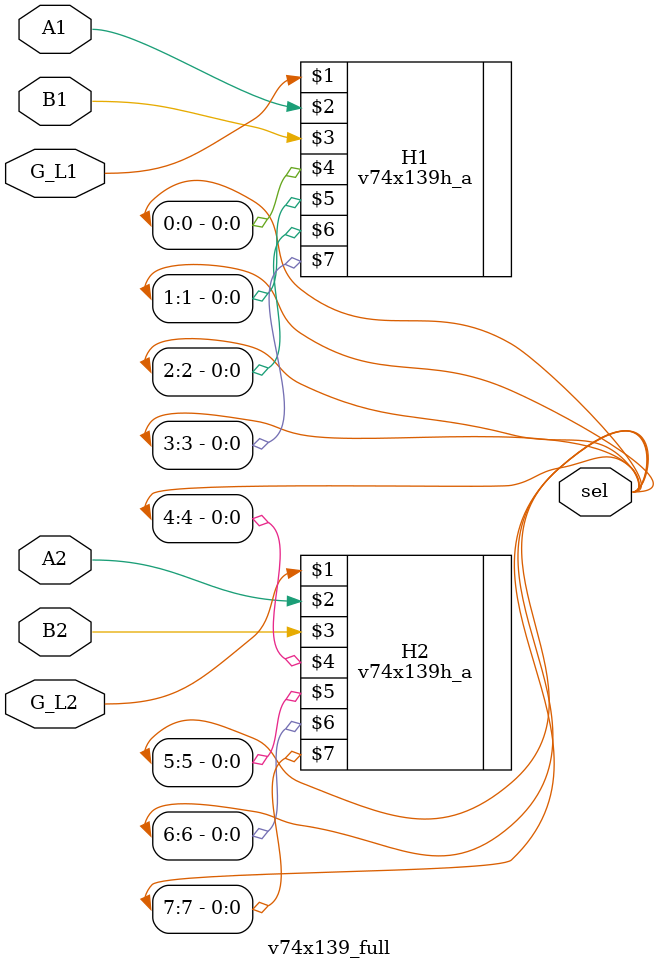
<source format=v>
`include "v74x139h_a.v"

module v74x139_full(
  input G_L1,
  input G_L2,
  input A1,
  input A2,
  input B1,
  input B2,
  output [7:0] sel
);
//wire ;
v74x139h_a H1(G_L1,A1,B1,sel[0],sel[1],sel[2],sel[3]),
H2(G_L2,A2,B2,sel[4],sel[5],sel[6],sel[7]);

endmodule

</source>
